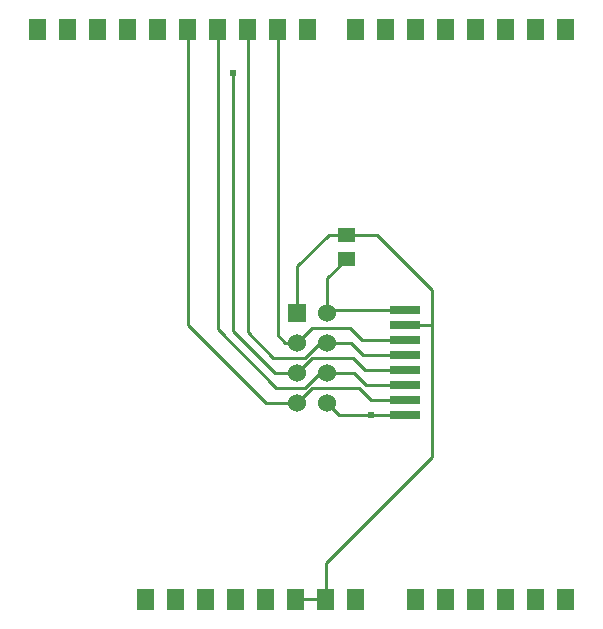
<source format=gtl>
G04 Layer: TopLayer*
G04 EasyEDA v6.1.34, Thu, 02 May 2019 10:16:14 GMT*
G04 2a2a60af2dac4d11b907a52f5f3e14da,88f35c52922c4fbc8d6ac25f651a04fd,10*
G04 Gerber Generator version 0.2*
G04 Scale: 100 percent, Rotated: No, Reflected: No *
G04 Dimensions in millimeters *
G04 leading zeros omitted , absolute positions ,3 integer and 3 decimal *
%FSLAX33Y33*%
%MOMM*%
G90*
G71D02*

%ADD10C,0.254000*%
%ADD11C,0.609600*%
%ADD12R,2.540000X0.762000*%
%ADD15R,1.524000X1.524000*%
%ADD16C,1.524000*%

%LPD*%
G54D10*
G01X52197Y25781D02*
G01X52197Y28702D01*
G01X47498Y33401D01*
G01X43434Y33401D01*
G01X40767Y30734D01*
G01X40767Y26797D01*
G01X36576Y50800D02*
G01X36576Y25146D01*
G01X38735Y22987D01*
G01X41402Y22987D01*
G01X42672Y24257D01*
G01X43307Y24257D01*
G01X40767Y21717D02*
G01X38862Y21717D01*
G01X35306Y25273D01*
G01X35306Y47117D01*
G01X40640Y2540D02*
G01X43180Y2540D01*
G01X31496Y50799D02*
G01X31496Y25781D01*
G01X38100Y19177D01*
G01X40767Y19177D01*
G01X34036Y50800D02*
G01X34036Y25400D01*
G01X38989Y20447D01*
G01X41402Y20447D01*
G01X42672Y21717D01*
G01X43307Y21717D01*
G01X43307Y24257D02*
G01X45339Y24257D01*
G01X46355Y23241D01*
G01X49911Y23241D01*
G01X39116Y50799D02*
G01X39116Y24892D01*
G01X39751Y24257D01*
G01X40767Y24257D01*
G01X49911Y27051D02*
G01X43561Y27051D01*
G01X43307Y26797D01*
G01X49911Y25781D02*
G01X52197Y25781D01*
G01X52197Y14605D01*
G01X43180Y5588D01*
G01X43180Y2540D01*
G01X40767Y24257D02*
G01X42037Y25527D01*
G01X42545Y25527D01*
G01X45212Y25527D01*
G01X46228Y24511D01*
G01X49911Y24511D01*
G01X40767Y21717D02*
G01X42037Y22987D01*
G01X45466Y22987D01*
G01X46482Y21971D01*
G01X49911Y21971D01*
G01X43307Y21717D02*
G01X45593Y21717D01*
G01X46609Y20701D01*
G01X49911Y20701D01*
G01X40767Y19177D02*
G01X42037Y20447D01*
G01X45974Y20447D01*
G01X46990Y19431D01*
G01X49911Y19431D01*
G01X43307Y19177D02*
G01X44323Y18161D01*
G01X49911Y18161D01*
G01X44958Y31369D02*
G01X43307Y29718D01*
G01X43307Y26797D01*
G54D12*
G01X49911Y27051D03*
G01X49911Y25781D03*
G01X49911Y24511D03*
G01X49911Y23241D03*
G01X49911Y21971D03*
G01X49911Y20701D03*
G01X49911Y19431D03*
G01X49911Y18161D03*
G36*
G01X44233Y30788D02*
G01X44233Y31949D01*
G01X45682Y31949D01*
G01X45682Y30788D01*
G01X44233Y30788D01*
G37*
G36*
G01X44233Y32820D02*
G01X44233Y33981D01*
G01X45682Y33981D01*
G01X45682Y32820D01*
G01X44233Y32820D01*
G37*
G36*
G01X42367Y51653D02*
G01X42367Y49946D01*
G01X40944Y49946D01*
G01X40944Y51653D01*
G01X42367Y51653D01*
G37*
G36*
G01X39827Y51653D02*
G01X39827Y49946D01*
G01X38404Y49946D01*
G01X38404Y51653D01*
G01X39827Y51653D01*
G37*
G36*
G01X37287Y51653D02*
G01X37287Y49946D01*
G01X35864Y49946D01*
G01X35864Y51653D01*
G01X37287Y51653D01*
G37*
G36*
G01X34747Y51653D02*
G01X34747Y49946D01*
G01X33324Y49946D01*
G01X33324Y51653D01*
G01X34747Y51653D01*
G37*
G36*
G01X32207Y51653D02*
G01X32207Y49946D01*
G01X30784Y49946D01*
G01X30784Y51653D01*
G01X32207Y51653D01*
G37*
G36*
G01X29667Y51653D02*
G01X29667Y49946D01*
G01X28244Y49946D01*
G01X28244Y51653D01*
G01X29667Y51653D01*
G37*
G36*
G01X27127Y51653D02*
G01X27127Y49946D01*
G01X25704Y49946D01*
G01X25704Y51653D01*
G01X27127Y51653D01*
G37*
G36*
G01X24587Y51653D02*
G01X24587Y49946D01*
G01X23164Y49946D01*
G01X23164Y51653D01*
G01X24587Y51653D01*
G37*
G36*
G01X22047Y51653D02*
G01X22047Y49946D01*
G01X20624Y49946D01*
G01X20624Y51653D01*
G01X22047Y51653D01*
G37*
G36*
G01X19507Y51653D02*
G01X19507Y49946D01*
G01X18084Y49946D01*
G01X18084Y51653D01*
G01X19507Y51653D01*
G37*
G36*
G01X64210Y51653D02*
G01X64210Y49946D01*
G01X62788Y49946D01*
G01X62788Y51653D01*
G01X64210Y51653D01*
G37*
G36*
G01X61670Y51653D02*
G01X61670Y49946D01*
G01X60248Y49946D01*
G01X60248Y51653D01*
G01X61670Y51653D01*
G37*
G36*
G01X59130Y51653D02*
G01X59130Y49946D01*
G01X57708Y49946D01*
G01X57708Y51653D01*
G01X59130Y51653D01*
G37*
G36*
G01X56590Y51653D02*
G01X56590Y49946D01*
G01X55168Y49946D01*
G01X55168Y51653D01*
G01X56590Y51653D01*
G37*
G36*
G01X54050Y51653D02*
G01X54050Y49946D01*
G01X52628Y49946D01*
G01X52628Y51653D01*
G01X54050Y51653D01*
G37*
G36*
G01X51511Y51653D02*
G01X51511Y49946D01*
G01X50088Y49946D01*
G01X50088Y51653D01*
G01X51511Y51653D01*
G37*
G36*
G01X48971Y51653D02*
G01X48971Y49946D01*
G01X47548Y49946D01*
G01X47548Y51653D01*
G01X48971Y51653D01*
G37*
G36*
G01X46431Y51653D02*
G01X46431Y49946D01*
G01X45008Y49946D01*
G01X45008Y51653D01*
G01X46431Y51653D01*
G37*
G36*
G01X50088Y1686D02*
G01X50088Y3393D01*
G01X51511Y3393D01*
G01X51511Y1686D01*
G01X50088Y1686D01*
G37*
G36*
G01X52628Y1686D02*
G01X52628Y3393D01*
G01X54051Y3393D01*
G01X54051Y1686D01*
G01X52628Y1686D01*
G37*
G36*
G01X55168Y1686D02*
G01X55168Y3393D01*
G01X56591Y3393D01*
G01X56591Y1686D01*
G01X55168Y1686D01*
G37*
G36*
G01X57708Y1686D02*
G01X57708Y3393D01*
G01X59131Y3393D01*
G01X59131Y1686D01*
G01X57708Y1686D01*
G37*
G36*
G01X60248Y1686D02*
G01X60248Y3393D01*
G01X61671Y3393D01*
G01X61671Y1686D01*
G01X60248Y1686D01*
G37*
G36*
G01X62788Y1686D02*
G01X62788Y3393D01*
G01X64211Y3393D01*
G01X64211Y1686D01*
G01X62788Y1686D01*
G37*
G36*
G01X27228Y1686D02*
G01X27228Y3393D01*
G01X28651Y3393D01*
G01X28651Y1686D01*
G01X27228Y1686D01*
G37*
G36*
G01X29768Y1686D02*
G01X29768Y3393D01*
G01X31191Y3393D01*
G01X31191Y1686D01*
G01X29768Y1686D01*
G37*
G36*
G01X32308Y1686D02*
G01X32308Y3393D01*
G01X33731Y3393D01*
G01X33731Y1686D01*
G01X32308Y1686D01*
G37*
G36*
G01X34848Y1686D02*
G01X34848Y3393D01*
G01X36271Y3393D01*
G01X36271Y1686D01*
G01X34848Y1686D01*
G37*
G36*
G01X37388Y1686D02*
G01X37388Y3393D01*
G01X38811Y3393D01*
G01X38811Y1686D01*
G01X37388Y1686D01*
G37*
G36*
G01X39928Y1686D02*
G01X39928Y3393D01*
G01X41351Y3393D01*
G01X41351Y1686D01*
G01X39928Y1686D01*
G37*
G36*
G01X42468Y1686D02*
G01X42468Y3393D01*
G01X43891Y3393D01*
G01X43891Y1686D01*
G01X42468Y1686D01*
G37*
G36*
G01X45008Y1686D02*
G01X45008Y3393D01*
G01X46431Y3393D01*
G01X46431Y1686D01*
G01X45008Y1686D01*
G37*
G54D15*
G01X40767Y26797D03*
G54D16*
G01X43307Y26797D03*
G01X40767Y24257D03*
G01X43307Y24257D03*
G01X40767Y21717D03*
G01X43307Y21717D03*
G01X40767Y19177D03*
G01X43307Y19177D03*
G54D11*
G01X35306Y47117D03*
G01X46990Y18161D03*
M00*
M02*

</source>
